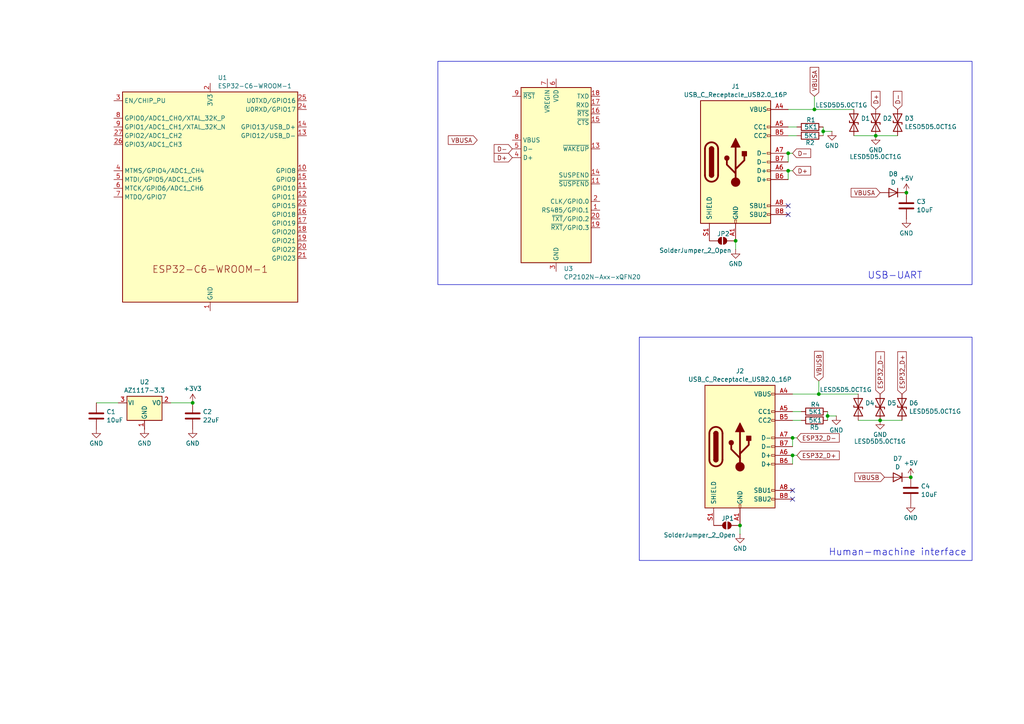
<source format=kicad_sch>
(kicad_sch (version 20231120) (generator "eeschema") (generator_version "8.0")
  (paper "A4")
  (lib_symbols
    (symbol "Connector:USB_C_Receptacle_USB2.0_16P" (pin_names (offset 1.016))
      (property "Reference" "J" (at 0 22.225 0))
      (property "Value" "USB_C_Receptacle_USB2.0_16P" (at 0 19.685 0))
      (symbol "USB_C_Receptacle_USB2.0_16P_0_0"
        (rectangle (start -0.254 -17.78) (end 0.254 -16.764))
        (rectangle (start 10.16 -14.986) (end 9.144 -15.494))
        (rectangle (start 10.16 -12.446) (end 9.144 -12.954))
        (rectangle (start 10.16 -4.826) (end 9.144 -5.334))
        (rectangle (start 10.16 -2.286) (end 9.144 -2.794))
        (rectangle (start 10.16 0.254) (end 9.144 -0.254))
        (rectangle (start 10.16 2.794) (end 9.144 2.286))
        (rectangle (start 10.16 7.874) (end 9.144 7.366))
        (rectangle (start 10.16 10.414) (end 9.144 9.906))
        (rectangle (start 10.16 15.494) (end 9.144 14.986))
      )
      (symbol "USB_C_Receptacle_USB2.0_16P_0_1"
        (rectangle (start -10.16 17.78) (end 10.16 -17.78) (stroke (width 0.254)) (fill (type background)))
        (arc (start -8.89 -3.81) (mid -6.985 -5.7067) (end -5.08 -3.81) (stroke (width 0.508)))
        (arc (start -7.62 -3.81) (mid -6.985 -4.4423) (end -6.35 -3.81) (stroke (width 0.254)))
        (arc (start -7.62 -3.81) (mid -6.985 -4.4423) (end -6.35 -3.81) (stroke (width 0.254)) (fill (type outline)))
        (rectangle (start -7.62 -3.81) (end -6.35 3.81) (stroke (width 0.254)) (fill (type outline)))
        (arc (start -6.35 3.81) (mid -6.985 4.4423) (end -7.62 3.81) (stroke (width 0.254)))
        (arc (start -6.35 3.81) (mid -6.985 4.4423) (end -7.62 3.81) (stroke (width 0.254)) (fill (type outline)))
        (arc (start -5.08 3.81) (mid -6.985 5.7067) (end -8.89 3.81) (stroke (width 0.508)))
        (circle (center -2.54 1.143) (radius 0.635) (stroke (width 0.254)) (fill (type outline)))
        (circle (center 0 -5.842) (radius 1.27) (fill (type outline)))
        (polyline (pts (xy -8.89 -3.81) (xy -8.89 3.81)) (stroke (width 0.508)))
        (polyline (pts (xy -5.08 3.81) (xy -5.08 -3.81)) (stroke (width 0.508)))
        (polyline (pts (xy 0 -5.842) (xy 0 4.318)) (stroke (width 0.508)))
        (polyline (pts (xy 0 -3.302) (xy -2.54 -0.762) (xy -2.54 0.508)) (stroke (width 0.508)))
        (polyline (pts (xy 0 -2.032) (xy 2.54 0.508) (xy 2.54 1.778)) (stroke (width 0.508)))
        (polyline (pts (xy -1.27 4.318) (xy 0 6.858) (xy 1.27 4.318) (xy -1.27 4.318)) (stroke (width 0.254)) (fill (type outline)))
        (rectangle (start 1.905 1.778) (end 3.175 3.048) (stroke (width 0.254)) (fill (type outline)))
      )
      (symbol "USB_C_Receptacle_USB2.0_16P_1_1"
        (pin passive line (at 0 -22.86 90) (length 5.08) (name "GND") (number "A1"))
        (pin passive line (at 0 -22.86 90) (length 5.08) hide (name "GND") (number "A12"))
        (pin passive line (at 15.24 15.24 180) (length 5.08) (name "VBUS") (number "A4"))
        (pin bidirectional line (at 15.24 10.16 180) (length 5.08) (name "CC1") (number "A5"))
        (pin bidirectional line (at 15.24 -2.54 180) (length 5.08) (name "D+") (number "A6"))
        (pin bidirectional line (at 15.24 2.54 180) (length 5.08) (name "D-") (number "A7"))
        (pin bidirectional line (at 15.24 -12.7 180) (length 5.08) (name "SBU1") (number "A8"))
        (pin passive line (at 15.24 15.24 180) (length 5.08) hide (name "VBUS") (number "A9"))
        (pin passive line (at 0 -22.86 90) (length 5.08) hide (name "GND") (number "B1"))
        (pin passive line (at 0 -22.86 90) (length 5.08) hide (name "GND") (number "B12"))
        (pin passive line (at 15.24 15.24 180) (length 5.08) hide (name "VBUS") (number "B4"))
        (pin bidirectional line (at 15.24 7.62 180) (length 5.08) (name "CC2") (number "B5"))
        (pin bidirectional line (at 15.24 -5.08 180) (length 5.08) (name "D+") (number "B6"))
        (pin bidirectional line (at 15.24 0 180) (length 5.08) (name "D-") (number "B7"))
        (pin bidirectional line (at 15.24 -15.24 180) (length 5.08) (name "SBU2") (number "B8"))
        (pin passive line (at 15.24 15.24 180) (length 5.08) hide (name "VBUS") (number "B9"))
        (pin passive line (at -7.62 -22.86 90) (length 5.08) (name "SHIELD") (number "S1"))
      )
    )
    (symbol "Device:C" (pin_numbers hide) (pin_names (offset 0.254))
      (property "Reference" "C" (at 0.635 2.54 0))
      (property "Value" "C" (at 0.635 -2.54 0))
      (symbol "C_0_1"
        (polyline (pts (xy -2.032 -0.762) (xy 2.032 -0.762)) (stroke (width 0.508)))
        (polyline (pts (xy -2.032 0.762) (xy 2.032 0.762)) (stroke (width 0.508)))
      )
      (symbol "C_1_1"
        (pin passive line (at 0 3.81 270) (length 2.794) (name "~") (number "1"))
        (pin passive line (at 0 -3.81 90) (length 2.794) (name "~") (number "2"))
      )
    )
    (symbol "Device:D" (pin_numbers hide) (pin_names (offset 1.016) hide)
      (property "Reference" "D" (at 0 2.54 0))
      (property "Value" "D" (at 0 -2.54 0))
      (symbol "D_0_1"
        (polyline (pts (xy -1.27 1.27) (xy -1.27 -1.27)) (stroke (width 0.254)))
        (polyline (pts (xy 1.27 0) (xy -1.27 0)))
        (polyline (pts (xy 1.27 1.27) (xy 1.27 -1.27) (xy -1.27 0) (xy 1.27 1.27)) (stroke (width 0.254)))
      )
      (symbol "D_1_1"
        (pin passive line (at -3.81 0 0) (length 2.54) (name "K") (number "1"))
        (pin passive line (at 3.81 0 180) (length 2.54) (name "A") (number "2"))
      )
    )
    (symbol "Device:R" (pin_numbers hide) (pin_names (offset 0))
      (property "Reference" "R" (at 2.032 0 90))
      (property "Value" "R" (at 0 0 90))
      (symbol "R_0_1"
        (rectangle (start -1.016 -2.54) (end 1.016 2.54) (stroke (width 0.254)))
      )
      (symbol "R_1_1"
        (pin passive line (at 0 3.81 270) (length 1.27) (name "~") (number "1"))
        (pin passive line (at 0 -3.81 90) (length 1.27) (name "~") (number "2"))
      )
    )
    (symbol "Diode:1.5KExxCA" (pin_numbers hide) (pin_names (offset 1.016) hide)
      (property "Reference" "D" (at 0 2.54 0))
      (property "Value" "1.5KExxCA" (at 0 -2.54 0))
      (symbol "1.5KExxCA_0_1"
        (polyline (pts (xy 1.27 0) (xy -1.27 0)))
        (polyline (pts (xy -2.54 -1.27) (xy 0 0) (xy -2.54 1.27) (xy -2.54 -1.27)) (stroke (width 0.254)))
        (polyline (pts (xy 0.508 1.27) (xy 0 1.27) (xy 0 -1.27) (xy -0.508 -1.27)) (stroke (width 0.254)))
        (polyline (pts (xy 2.54 1.27) (xy 2.54 -1.27) (xy 0 0) (xy 2.54 1.27)) (stroke (width 0.254)))
      )
      (symbol "1.5KExxCA_1_1"
        (pin passive line (at -3.81 0 0) (length 2.54) (name "A1") (number "1"))
        (pin passive line (at 3.81 0 180) (length 2.54) (name "A2") (number "2"))
      )
    )
    (symbol "Interface_USB:CP2102N-Axx-xQFN20"
      (property "Reference" "U" (at -8.89 26.67 0))
      (property "Value" "CP2102N-Axx-xQFN20" (at 12.7 26.67 0))
      (symbol "CP2102N-Axx-xQFN20_0_1"
        (rectangle (start -10.16 25.4) (end 10.16 -25.4) (stroke (width 0.254)) (fill (type background)))
      )
      (symbol "CP2102N-Axx-xQFN20_1_1"
        (pin bidirectional line (at 12.7 -10.16 180) (length 2.54) (name "RS485/GPIO.1") (number "1"))
        (pin no_connect line (at -10.16 -22.86 0) (length 2.54) hide (name "NC") (number "10"))
        (pin output line (at 12.7 -2.54 180) (length 2.54) (name "~{SUSPEND}") (number "11"))
        (pin passive line (at 0 -27.94 90) (length 2.54) hide (name "GND") (number "12"))
        (pin input line (at 12.7 7.62 180) (length 2.54) (name "~{WAKEUP}") (number "13"))
        (pin output line (at 12.7 0 180) (length 2.54) (name "SUSPEND") (number "14"))
        (pin input line (at 12.7 15.24 180) (length 2.54) (name "~{CTS}") (number "15"))
        (pin output line (at 12.7 17.78 180) (length 2.54) (name "~{RTS}") (number "16"))
        (pin input line (at 12.7 20.32 180) (length 2.54) (name "RXD") (number "17"))
        (pin output line (at 12.7 22.86 180) (length 2.54) (name "TXD") (number "18"))
        (pin bidirectional line (at 12.7 -15.24 180) (length 2.54) (name "~{RXT}/GPIO.3") (number "19"))
        (pin bidirectional line (at 12.7 -7.62 180) (length 2.54) (name "CLK/GPIO.0") (number "2"))
        (pin bidirectional line (at 12.7 -12.7 180) (length 2.54) (name "~{TXT}/GPIO.2") (number "20"))
        (pin passive line (at 0 -27.94 90) (length 2.54) hide (name "GND") (number "21"))
        (pin power_in line (at 0 -27.94 90) (length 2.54) (name "GND") (number "3"))
        (pin bidirectional line (at -12.7 5.08 0) (length 2.54) (name "D+") (number "4"))
        (pin bidirectional line (at -12.7 7.62 0) (length 2.54) (name "D-") (number "5"))
        (pin power_in line (at 0 27.94 270) (length 2.54) (name "VDD") (number "6"))
        (pin power_in line (at -2.54 27.94 270) (length 2.54) (name "VREGIN") (number "7"))
        (pin input line (at -12.7 10.16 0) (length 2.54) (name "VBUS") (number "8"))
        (pin input line (at -12.7 22.86 0) (length 2.54) (name "~{RST}") (number "9"))
      )
    )
    (symbol "Jumper:SolderJumper_2_Open" (pin_numbers hide) (pin_names (offset 0) hide) (exclude_from_sim yes) (in_bom no)
      (property "Reference" "JP" (at 0 2.032 0))
      (property "Value" "SolderJumper_2_Open" (at 0 -2.54 0))
      (symbol "SolderJumper_2_Open_0_1"
        (arc (start -0.254 1.016) (mid -1.2656 0) (end -0.254 -1.016))
        (arc (start -0.254 1.016) (mid -1.2656 0) (end -0.254 -1.016) (fill (type outline)))
        (polyline (pts (xy -0.254 1.016) (xy -0.254 -1.016)))
        (polyline (pts (xy 0.254 1.016) (xy 0.254 -1.016)))
        (arc (start 0.254 -1.016) (mid 1.2656 0) (end 0.254 1.016))
        (arc (start 0.254 -1.016) (mid 1.2656 0) (end 0.254 1.016) (fill (type outline)))
      )
      (symbol "SolderJumper_2_Open_1_1"
        (pin passive line (at -3.81 0 0) (length 2.54) (name "A") (number "1"))
        (pin passive line (at 3.81 0 180) (length 2.54) (name "B") (number "2"))
      )
    )
    (symbol "PCM_Espressif:ESP32-C6-WROOM-1"
      (property "Reference" "U" (at -25.4 35.56 0))
      (property "Value" "ESP32-C6-WROOM-1" (at -25.4 33.02 0))
      (symbol "ESP32-C6-WROOM-1_0_0"
        (text "ESP32-C6-WROOM-1" (at 0 -20.955 0) (effects (font (size 2 2))))
      )
      (symbol "ESP32-C6-WROOM-1_0_1"
        (rectangle (start -25.4 30.48) (end 25.4 -30.48) (stroke (width 0.254)) (fill (type background)))
      )
      (symbol "ESP32-C6-WROOM-1_1_1"
        (pin power_in line (at 0 -33.02 90) (length 2.54) (name "GND") (number "1"))
        (pin bidirectional line (at 27.94 7.62 180) (length 2.54) (name "GPIO8") (number "10"))
        (pin bidirectional line (at 27.94 2.54 180) (length 2.54) (name "GPIO10") (number "11"))
        (pin bidirectional line (at 27.94 0 180) (length 2.54) (name "GPIO11") (number "12"))
        (pin bidirectional line (at 27.94 17.78 180) (length 2.54) (name "GPIO12/USB_D-") (number "13"))
        (pin bidirectional line (at 27.94 20.32 180) (length 2.54) (name "GPIO13/USB_D+") (number "14"))
        (pin bidirectional line (at 27.94 5.08 180) (length 2.54) (name "GPIO9") (number "15"))
        (pin bidirectional line (at 27.94 -5.08 180) (length 2.54) (name "GPIO18") (number "16"))
        (pin bidirectional line (at 27.94 -7.62 180) (length 2.54) (name "GPIO19") (number "17"))
        (pin bidirectional line (at 27.94 -10.16 180) (length 2.54) (name "GPIO20") (number "18"))
        (pin bidirectional line (at 27.94 -12.7 180) (length 2.54) (name "GPIO21") (number "19"))
        (pin power_in line (at 0 33.02 270) (length 2.54) (name "3V3") (number "2"))
        (pin bidirectional line (at 27.94 -15.24 180) (length 2.54) (name "GPIO22") (number "20"))
        (pin bidirectional line (at 27.94 -17.78 180) (length 2.54) (name "GPIO23") (number "21"))
        (pin no_connect line (at -25.4 -12.7 0) (length 2.54) hide (name "NC") (number "22"))
        (pin bidirectional line (at 27.94 -2.54 180) (length 2.54) (name "GPIO15") (number "23"))
        (pin bidirectional line (at 27.94 25.4 180) (length 2.54) (name "U0RXD/GPIO17") (number "24"))
        (pin bidirectional line (at 27.94 27.94 180) (length 2.54) (name "U0TXD/GPIO16") (number "25"))
        (pin bidirectional line (at -27.94 15.24 0) (length 2.54) (name "GPIO3/ADC1_CH3") (number "26"))
        (pin bidirectional line (at -27.94 17.78 0) (length 2.54) (name "GPIO2/ADC1_CH2") (number "27"))
        (pin passive line (at 0 -33.02 90) (length 2.54) hide (name "GND") (number "28"))
        (pin passive line (at 0 -33.02 90) (length 2.54) hide (name "GND") (number "29"))
        (pin input line (at -27.94 27.94 0) (length 2.54) (name "EN/CHIP_PU") (number "3"))
        (pin bidirectional line (at -27.94 7.62 0) (length 2.54) (name "MTMS/GPIO4/ADC1_CH4") (number "4"))
        (pin bidirectional line (at -27.94 5.08 0) (length 2.54) (name "MTDI/GPIO5/ADC1_CH5") (number "5"))
        (pin bidirectional line (at -27.94 2.54 0) (length 2.54) (name "MTCK/GPIO6/ADC1_CH6") (number "6"))
        (pin bidirectional line (at -27.94 0 0) (length 2.54) (name "MTDO/GPIO7") (number "7"))
        (pin bidirectional line (at -27.94 22.86 0) (length 2.54) (name "GPIO0/ADC1_CH0/XTAL_32K_P") (number "8"))
        (pin bidirectional line (at -27.94 20.32 0) (length 2.54) (name "GPIO1/ADC1_CH1/XTAL_32K_N") (number "9"))
      )
    )
    (symbol "Regulator_Linear:AZ1117-3.3" (pin_names (offset 0.254))
      (property "Reference" "U" (at -3.81 3.175 0))
      (property "Value" "AZ1117-3.3" (at 0 3.175 0))
      (symbol "AZ1117-3.3_0_1"
        (rectangle (start -5.08 1.905) (end 5.08 -5.08) (stroke (width 0.254)) (fill (type background)))
      )
      (symbol "AZ1117-3.3_1_1"
        (pin power_in line (at 0 -7.62 90) (length 2.54) (name "GND") (number "1"))
        (pin power_out line (at 7.62 0 180) (length 2.54) (name "VO") (number "2"))
        (pin power_in line (at -7.62 0 0) (length 2.54) (name "VI") (number "3"))
      )
    )
    (symbol "power:+3V3" (power) (pin_numbers hide) (pin_names (offset 0) hide)
      (property "Value" "+3V3" (at 0 3.556 0))
      (symbol "+3V3_0_1"
        (polyline (pts (xy -0.762 1.27) (xy 0 2.54)))
        (polyline (pts (xy 0 0) (xy 0 2.54)))
        (polyline (pts (xy 0 2.54) (xy 0.762 1.27)))
      )
      (symbol "+3V3_1_1"
        (pin power_in line (at 0 0 90) (length 0) (name "~") (number "1"))
      )
    )
    (symbol "power:+5V" (power) (pin_numbers hide) (pin_names (offset 0) hide)
      (property "Value" "+5V" (at 0 3.556 0))
      (symbol "+5V_0_1"
        (polyline (pts (xy -0.762 1.27) (xy 0 2.54)))
        (polyline (pts (xy 0 0) (xy 0 2.54)))
        (polyline (pts (xy 0 2.54) (xy 0.762 1.27)))
      )
      (symbol "+5V_1_1"
        (pin power_in line (at 0 0 90) (length 0) (name "~") (number "1"))
      )
    )
    (symbol "power:GND" (power) (pin_numbers hide) (pin_names (offset 0) hide)
      (property "Value" "GND" (at 0 -3.81 0))
      (symbol "GND_0_1"
        (polyline (pts (xy 0 0) (xy 0 -1.27) (xy 1.27 -1.27) (xy 0 -2.54) (xy -1.27 -1.27) (xy 0 -1.27)))
      )
      (symbol "GND_1_1"
        (pin power_in line (at 0 0 270) (length 0) (name "~") (number "1"))
      )
    )
  )
  (junction (at 55.88 116.84))
  (junction (at 214.63 152.4))
  (junction (at 264.16 138.43))
  (junction (at 229.87 127))
  (junction (at 255.27 121.92))
  (junction (at 236.22 31.75))
  (junction (at 229.87 132.08))
  (junction (at 238.76 38.1))
  (junction (at 228.6 44.45))
  (junction (at 237.49 114.3))
  (junction (at 228.6 49.53))
  (junction (at 240.03 120.65))
  (junction (at 213.36 69.85))
  (junction (at 262.89 55.88))
  (junction (at 254 39.37))
  (no_connect (at 228.6 59.69))
  (no_connect (at 229.87 144.78))
  (no_connect (at 229.87 142.24))
  (no_connect (at 228.6 62.23))
  (wire (pts (xy 248.92 114.3) (xy 237.49 114.3)))
  (wire (pts (xy 240.03 119.38) (xy 240.03 120.65)))
  (wire (pts (xy 240.03 120.65) (xy 242.57 120.65)))
  (wire (pts (xy 229.87 132.08) (xy 229.87 134.62)))
  (wire (pts (xy 229.87 114.3) (xy 237.49 114.3)))
  (wire (pts (xy 228.6 36.83) (xy 231.14 36.83)))
  (wire (pts (xy 236.22 31.75) (xy 236.22 27.94)))
  (wire (pts (xy 228.6 49.53) (xy 228.6 52.07)))
  (wire (pts (xy 213.36 69.85) (xy 213.36 72.39)))
  (wire (pts (xy 229.87 127) (xy 231.14 127)))
  (wire (pts (xy 229.87 119.38) (xy 232.41 119.38)))
  (wire (pts (xy 229.87 132.08) (xy 231.14 132.08)))
  (wire (pts (xy 27.94 116.84) (xy 34.29 116.84)))
  (wire (pts (xy 255.27 121.92) (xy 248.92 121.92)))
  (wire (pts (xy 238.76 38.1) (xy 241.3 38.1)))
  (wire (pts (xy 254 39.37) (xy 247.65 39.37)))
  (wire (pts (xy 261.62 121.92) (xy 255.27 121.92)))
  (wire (pts (xy 228.6 44.45) (xy 228.6 46.99)))
  (wire (pts (xy 247.65 31.75) (xy 236.22 31.75)))
  (wire (pts (xy 240.03 120.65) (xy 240.03 121.92)))
  (wire (pts (xy 237.49 114.3) (xy 237.49 110.49)))
  (wire (pts (xy 228.6 39.37) (xy 231.14 39.37)))
  (wire (pts (xy 214.63 152.4) (xy 214.63 154.94)))
  (wire (pts (xy 228.6 49.53) (xy 229.87 49.53)))
  (wire (pts (xy 229.87 121.92) (xy 232.41 121.92)))
  (wire (pts (xy 238.76 36.83) (xy 238.76 38.1)))
  (wire (pts (xy 228.6 31.75) (xy 236.22 31.75)))
  (wire (pts (xy 229.87 127) (xy 229.87 129.54)))
  (wire (pts (xy 260.35 39.37) (xy 254 39.37)))
  (wire (pts (xy 238.76 38.1) (xy 238.76 39.37)))
  (wire (pts (xy 55.88 116.84) (xy 49.53 116.84)))
  (wire (pts (xy 228.6 44.45) (xy 229.87 44.45)))
  (rectangle (start 127 17.78) (end 281.94 82.55))
  (rectangle (start 185.42 97.79) (end 281.94 162.56))
  (text "USB-UART" (at 259.588 80.01 0) (effects (font (size 2 2))))
  (text "Human-machine interface" (at 260.35 160.274 0) (effects (font (size 2 2))))
  (global_label "D+" (shape input) (at 229.87 49.53 0) (property "Intersheetrefs" "${INTERSHEET_REFS}" (effects (hide yes))))
  (global_label "D-" (shape input) (at 229.87 44.45 0) (property "Intersheetrefs" "${INTERSHEET_REFS}" (effects (hide yes))))
  (global_label "D+" (shape input) (at 254 31.75 90) (property "Intersheetrefs" "${INTERSHEET_REFS}" (effects (hide yes))))
  (global_label "ESP32_D+" (shape input) (at 261.62 114.3 90) (property "Intersheetrefs" "${INTERSHEET_REFS}" (effects (hide yes))))
  (global_label "VBUSA" (shape input) (at 255.27 55.88 180) (property "Intersheetrefs" "${INTERSHEET_REFS}" (effects (hide yes))))
  (global_label "VBUSA" (shape input) (at 236.22 27.94 90) (property "Intersheetrefs" "${INTERSHEET_REFS}" (effects (hide yes))))
  (global_label "ESP32_D-" (shape input) (at 255.27 114.3 90) (property "Intersheetrefs" "${INTERSHEET_REFS}" (effects (hide yes))))
  (global_label "D-" (shape input) (at 260.35 31.75 90) (property "Intersheetrefs" "${INTERSHEET_REFS}" (effects (hide yes))))
  (global_label "VBUSB" (shape input) (at 237.49 110.49 90) (property "Intersheetrefs" "${INTERSHEET_REFS}" (effects (hide yes))))
  (global_label "VBUSA" (shape input) (at 138.43 40.64 180) (property "Intersheetrefs" "${INTERSHEET_REFS}" (effects (hide yes))))
  (global_label "ESP32_D-" (shape input) (at 231.14 127 0) (property "Intersheetrefs" "${INTERSHEET_REFS}" (effects (hide yes))))
  (global_label "ESP32_D+" (shape input) (at 231.14 132.08 0) (property "Intersheetrefs" "${INTERSHEET_REFS}" (effects (hide yes))))
  (global_label "D+" (shape input) (at 148.59 45.72 180) (property "Intersheetrefs" "${INTERSHEET_REFS}" (effects (hide yes))))
  (global_label "VBUSB" (shape input) (at 256.54 138.43 180) (property "Intersheetrefs" "${INTERSHEET_REFS}" (effects (hide yes))))
  (global_label "D-" (shape input) (at 148.59 43.18 180) (property "Intersheetrefs" "${INTERSHEET_REFS}" (effects (hide yes))))
  (symbol (lib_id "Interface_USB:CP2102N-Axx-xQFN20") (at 161.29 50.8 0) (unit 1)
    (property "Reference" "U3" (at 163.4841 77.9201 0) (effects (justify left)))
    (property "Value" "CP2102N-Axx-xQFN20" (at 163.4841 80.3444 0) (effects (justify left)))
    (property "Footprint" "Package_DFN_QFN:SiliconLabs_QFN-20-1EP_3x3mm_P0.5mm" (effects (hide yes)))
    (property "Datasheet" "https://www.silabs.com/documents/public/data-sheets/cp2102n-datasheet.pdf" (effects (hide yes)))
    (property "Description" "USB to UART master bridge, QFN-20" (effects (hide yes)))
  )
  (symbol (lib_id "Regulator_Linear:AZ1117-3.3") (at 41.91 116.84 0) (unit 1)
    (property "Reference" "U2" (at 41.91 110.7905 0))
    (property "Value" "AZ1117-3.3" (at 41.91 113.2148 0))
    (property "Datasheet" "https://www.diodes.com/assets/Datasheets/AZ1117.pdf" (effects (hide yes)))
    (property "Description" "1A 20V Fixed LDO Linear Regulator, 3.3V, SOT-89/SOT-223/TO-220/TO-252/TO-263" (effects (hide yes)))
  )
  (symbol (lib_id "power:GND") (at 242.57 120.65 0) (unit 1)
    (property "Reference" "#PWR06" (effects (hide yes)))
    (property "Value" "GND" (at 242.57 124.7831 0))
    (property "Description" "Power symbol creates a global label with name \"GND\" , ground" (effects (hide yes)))
  )
  (symbol (lib_id "Device:R") (at 236.22 119.38 90) (unit 1)
    (property "Reference" "R4" (at 236.474 117.348 90))
    (property "Value" "5K1" (at 236.474 119.38 90))
    (property "Description" "Resistor" (effects (hide yes)))
  )
  (symbol (lib_id "Device:D") (at 259.08 55.88 180) (unit 1)
    (property "Reference" "D8" (at 259.08 50.4655 0))
    (property "Value" "D" (at 259.08 52.8898 0))
    (property "Description" "Diode" (effects (hide yes)))
    (property "Sim.Device" "D" (effects (hide yes)))
    (property "Sim.Pins" "1=K 2=A" (effects (hide yes)))
  )
  (symbol (lib_id "power:GND") (at 264.16 146.05 0) (unit 1)
    (property "Reference" "#PWR013" (effects (hide yes)))
    (property "Value" "GND" (at 264.16 150.1831 0))
    (property "Description" "Power symbol creates a global label with name \"GND\" , ground" (effects (hide yes)))
  )
  (symbol (lib_id "Jumper:SolderJumper_2_Open") (at 210.82 152.4 0) (unit 1) (exclude_from_sim yes) (in_bom no)
    (property "Reference" "JP1" (at 211.074 150.368 0))
    (property "Value" "SolderJumper_2_Open" (at 202.946 155.194 0))
    (property "Description" "Solder Jumper, 2-pole, open" (effects (hide yes)))
  )
  (symbol (lib_id "power:GND") (at 241.3 38.1 0) (unit 1)
    (property "Reference" "#PWR08" (effects (hide yes)))
    (property "Value" "GND" (at 241.3 42.2331 0))
    (property "Description" "Power symbol creates a global label with name \"GND\" , ground" (effects (hide yes)))
  )
  (symbol (lib_id "Device:R") (at 234.95 36.83 90) (unit 1)
    (property "Reference" "R1" (at 235.204 34.798 90))
    (property "Value" "5K1" (at 235.204 36.83 90))
    (property "Description" "Resistor" (effects (hide yes)))
  )
  (symbol (lib_id "power:GND") (at 213.36 72.39 0) (unit 1)
    (property "Reference" "#PWR05" (effects (hide yes)))
    (property "Value" "GND" (at 213.36 76.5231 0))
    (property "Description" "Power symbol creates a global label with name \"GND\" , ground" (effects (hide yes)))
  )
  (symbol (lib_id "power:GND") (at 55.88 124.46 0) (unit 1)
    (property "Reference" "#PWR02" (effects (hide yes)))
    (property "Value" "GND" (at 55.88 128.5931 0))
    (property "Description" "Power symbol creates a global label with name \"GND\" , ground" (effects (hide yes)))
  )
  (symbol (lib_id "Device:C") (at 262.89 59.69 0) (unit 1)
    (property "Reference" "C3" (at 265.811 58.4778 0) (effects (justify left)))
    (property "Value" "10uF" (at 265.811 60.9021 0) (effects (justify left)))
    (property "Description" "Unpolarized capacitor" (effects (hide yes)))
  )
  (symbol (lib_id "power:GND") (at 254 39.37 0) (unit 1)
    (property "Reference" "#PWR07" (effects (hide yes)))
    (property "Value" "GND" (at 254 43.5031 0))
    (property "Description" "Power symbol creates a global label with name \"GND\" , ground" (effects (hide yes)))
  )
  (symbol (lib_id "power:GND") (at 27.94 124.46 0) (unit 1)
    (property "Reference" "#PWR01" (effects (hide yes)))
    (property "Value" "GND" (at 27.94 128.5931 0))
    (property "Description" "Power symbol creates a global label with name \"GND\" , ground" (effects (hide yes)))
  )
  (symbol (lib_id "power:GND") (at 255.27 121.92 0) (unit 1)
    (property "Reference" "#PWR09" (effects (hide yes)))
    (property "Value" "GND" (at 255.27 126.0531 0))
    (property "Description" "Power symbol creates a global label with name \"GND\" , ground" (effects (hide yes)))
  )
  (symbol (lib_id "Diode:1.5KExxCA") (at 260.35 35.56 90) (unit 1)
    (property "Reference" "D3" (at 262.382 34.3478 90) (effects (justify right)))
    (property "Value" "LESD5D5.0CT1G" (at 262.382 36.7721 90) (effects (justify right)))
    (property "Footprint" "Diode_THT:D_DO-201AE_P15.24mm_Horizontal" (effects (hide yes)))
    (property "Datasheet" "https://www.vishay.com/docs/88301/15ke.pdf" (effects (hide yes)))
    (property "Description" "1500W bidirectional TVS diode, DO-201AE" (effects (hide yes)))
  )
  (symbol (lib_id "PCM_Espressif:ESP32-C6-WROOM-1") (at 60.96 57.15 0) (unit 1)
    (property "Reference" "U1" (at 63.1541 22.5255 0) (effects (justify left)))
    (property "Value" "ESP32-C6-WROOM-1" (at 63.1541 24.9498 0) (effects (justify left)))
    (property "Footprint" "PCM_Espressif:ESP32-C6-WROOM-1" (effects (hide yes)))
    (property "Datasheet" "https://www.espressif.com/sites/default/files/documentation/esp32-c6-wroom-1_wroom-1u_datasheet_en.pdf" (effects (hide yes)))
    (property "Description" "ESP32-C6-WROOM-1/U is a module that supports 2.4 GHz Wi-Fi 6 (802.11 ax), Bluetooth® 5 (LE), Zigbee and Thread (802.15.4)" (effects (hide yes)))
  )
  (symbol (lib_id "Connector:USB_C_Receptacle_USB2.0_16P") (at 213.36 46.99 0) (unit 1)
    (property "Reference" "J1" (at 213.36 25.0655 0))
    (property "Value" "USB_C_Receptacle_USB2.0_16P" (at 213.36 27.4898 0))
    (property "Datasheet" "https://www.usb.org/sites/default/files/documents/usb_type-c.zip" (effects (hide yes)))
    (property "Description" "USB 2.0-only 16P Type-C Receptacle connector" (effects (hide yes)))
  )
  (symbol (lib_id "power:GND") (at 214.63 154.94 0) (unit 1)
    (property "Reference" "#PWR010" (effects (hide yes)))
    (property "Value" "GND" (at 214.63 159.0731 0))
    (property "Description" "Power symbol creates a global label with name \"GND\" , ground" (effects (hide yes)))
  )
  (symbol (lib_id "power:GND") (at 262.89 63.5 0) (unit 1)
    (property "Reference" "#PWR012" (effects (hide yes)))
    (property "Value" "GND" (at 262.89 67.6331 0))
    (property "Description" "Power symbol creates a global label with name \"GND\" , ground" (effects (hide yes)))
  )
  (symbol (lib_id "Connector:USB_C_Receptacle_USB2.0_16P") (at 214.63 129.54 0) (unit 1)
    (property "Reference" "J2" (at 214.63 107.6155 0))
    (property "Value" "USB_C_Receptacle_USB2.0_16P" (at 214.63 110.0398 0))
    (property "Datasheet" "https://www.usb.org/sites/default/files/documents/usb_type-c.zip" (effects (hide yes)))
    (property "Description" "USB 2.0-only 16P Type-C Receptacle connector" (effects (hide yes)))
  )
  (symbol (lib_id "Diode:1.5KExxCA") (at 261.62 118.11 90) (unit 1)
    (property "Reference" "D6" (at 263.652 116.8978 90) (effects (justify right)))
    (property "Value" "LESD5D5.0CT1G" (at 263.652 119.3221 90) (effects (justify right)))
    (property "Footprint" "Diode_THT:D_DO-201AE_P15.24mm_Horizontal" (effects (hide yes)))
    (property "Datasheet" "https://www.vishay.com/docs/88301/15ke.pdf" (effects (hide yes)))
    (property "Description" "1500W bidirectional TVS diode, DO-201AE" (effects (hide yes)))
  )
  (symbol (lib_id "Device:C") (at 264.16 142.24 0) (unit 1)
    (property "Reference" "C4" (at 267.081 141.0278 0) (effects (justify left)))
    (property "Value" "10uF" (at 267.081 143.4521 0) (effects (justify left)))
    (property "Description" "Unpolarized capacitor" (effects (hide yes)))
  )
  (symbol (lib_id "power:+3V3") (at 55.88 116.84 0) (unit 1)
    (property "Reference" "#PWR04" (effects (hide yes)))
    (property "Value" "+3V3" (at 55.88 112.7069 0))
    (property "Description" "Power symbol creates a global label with name \"+3V3\"" (effects (hide yes)))
  )
  (symbol (lib_id "Diode:1.5KExxCA") (at 248.92 118.11 90) (unit 1)
    (property "Reference" "D4" (at 250.952 116.8978 90) (effects (justify right)))
    (property "Value" "LESD5D5.0CT1G" (at 237.744 113.03 90) (effects (justify right)))
    (property "Footprint" "Diode_THT:D_DO-201AE_P15.24mm_Horizontal" (effects (hide yes)))
    (property "Datasheet" "https://www.vishay.com/docs/88301/15ke.pdf" (effects (hide yes)))
    (property "Description" "1500W bidirectional TVS diode, DO-201AE" (effects (hide yes)))
  )
  (symbol (lib_id "Device:R") (at 234.95 39.37 90) (unit 1)
    (property "Reference" "R2" (at 234.95 41.402 90))
    (property "Value" "5K1" (at 235.204 39.37 90))
    (property "Description" "Resistor" (effects (hide yes)))
  )
  (symbol (lib_id "power:+5V") (at 264.16 138.43 0) (unit 1)
    (property "Reference" "#PWR014" (effects (hide yes)))
    (property "Value" "+5V" (at 264.16 134.2969 0))
    (property "Description" "Power symbol creates a global label with name \"+5V\"" (effects (hide yes)))
  )
  (symbol (lib_id "Device:D") (at 260.35 138.43 180) (unit 1)
    (property "Reference" "D7" (at 260.35 133.0155 0))
    (property "Value" "D" (at 260.35 135.4398 0))
    (property "Description" "Diode" (effects (hide yes)))
    (property "Sim.Device" "D" (effects (hide yes)))
    (property "Sim.Pins" "1=K 2=A" (effects (hide yes)))
  )
  (symbol (lib_id "Device:C") (at 55.88 120.65 0) (unit 1)
    (property "Reference" "C2" (at 58.801 119.4378 0) (effects (justify left)))
    (property "Value" "22uF" (at 58.801 121.8621 0) (effects (justify left)))
    (property "Description" "Unpolarized capacitor" (effects (hide yes)))
  )
  (symbol (lib_id "Jumper:SolderJumper_2_Open") (at 209.55 69.85 0) (unit 1) (exclude_from_sim yes) (in_bom no)
    (property "Reference" "JP2" (at 209.804 67.818 0))
    (property "Value" "SolderJumper_2_Open" (at 201.676 72.644 0))
    (property "Description" "Solder Jumper, 2-pole, open" (effects (hide yes)))
  )
  (symbol (lib_id "Diode:1.5KExxCA") (at 254 35.56 90) (unit 1)
    (property "Reference" "D2" (at 256.032 34.3478 90) (effects (justify right)))
    (property "Value" "LESD5D5.0CT1G" (at 246.38 45.466 90) (effects (justify right)))
    (property "Footprint" "Diode_THT:D_DO-201AE_P15.24mm_Horizontal" (effects (hide yes)))
    (property "Datasheet" "https://www.vishay.com/docs/88301/15ke.pdf" (effects (hide yes)))
    (property "Description" "1500W bidirectional TVS diode, DO-201AE" (effects (hide yes)))
  )
  (symbol (lib_id "power:GND") (at 41.91 124.46 0) (unit 1)
    (property "Reference" "#PWR03" (effects (hide yes)))
    (property "Value" "GND" (at 41.91 128.5931 0))
    (property "Description" "Power symbol creates a global label with name \"GND\" , ground" (effects (hide yes)))
  )
  (symbol (lib_id "power:+5V") (at 262.89 55.88 0) (unit 1)
    (property "Reference" "#PWR011" (effects (hide yes)))
    (property "Value" "+5V" (at 262.89 51.7469 0))
    (property "Description" "Power symbol creates a global label with name \"+5V\"" (effects (hide yes)))
  )
  (symbol (lib_id "Diode:1.5KExxCA") (at 247.65 35.56 90) (unit 1)
    (property "Reference" "D1" (at 249.682 34.3478 90) (effects (justify right)))
    (property "Value" "LESD5D5.0CT1G" (at 236.474 30.48 90) (effects (justify right)))
    (property "Footprint" "Diode_THT:D_DO-201AE_P15.24mm_Horizontal" (effects (hide yes)))
    (property "Datasheet" "https://www.vishay.com/docs/88301/15ke.pdf" (effects (hide yes)))
    (property "Description" "1500W bidirectional TVS diode, DO-201AE" (effects (hide yes)))
  )
  (symbol (lib_id "Device:C") (at 27.94 120.65 0) (unit 1)
    (property "Reference" "C1" (at 30.861 119.4378 0) (effects (justify left)))
    (property "Value" "10uF" (at 30.861 121.8621 0) (effects (justify left)))
    (property "Description" "Unpolarized capacitor" (effects (hide yes)))
  )
  (symbol (lib_id "Device:R") (at 236.22 121.92 90) (unit 1)
    (property "Reference" "R5" (at 236.22 123.952 90))
    (property "Value" "5K1" (at 236.474 121.92 90))
    (property "Description" "Resistor" (effects (hide yes)))
  )
  (symbol (lib_id "Diode:1.5KExxCA") (at 255.27 118.11 90) (unit 1)
    (property "Reference" "D5" (at 257.302 116.8978 90) (effects (justify right)))
    (property "Value" "LESD5D5.0CT1G" (at 247.65 128.016 90) (effects (justify right)))
    (property "Footprint" "Diode_THT:D_DO-201AE_P15.24mm_Horizontal" (effects (hide yes)))
    (property "Datasheet" "https://www.vishay.com/docs/88301/15ke.pdf" (effects (hide yes)))
    (property "Description" "1500W bidirectional TVS diode, DO-201AE" (effects (hide yes)))
  )
)
</source>
